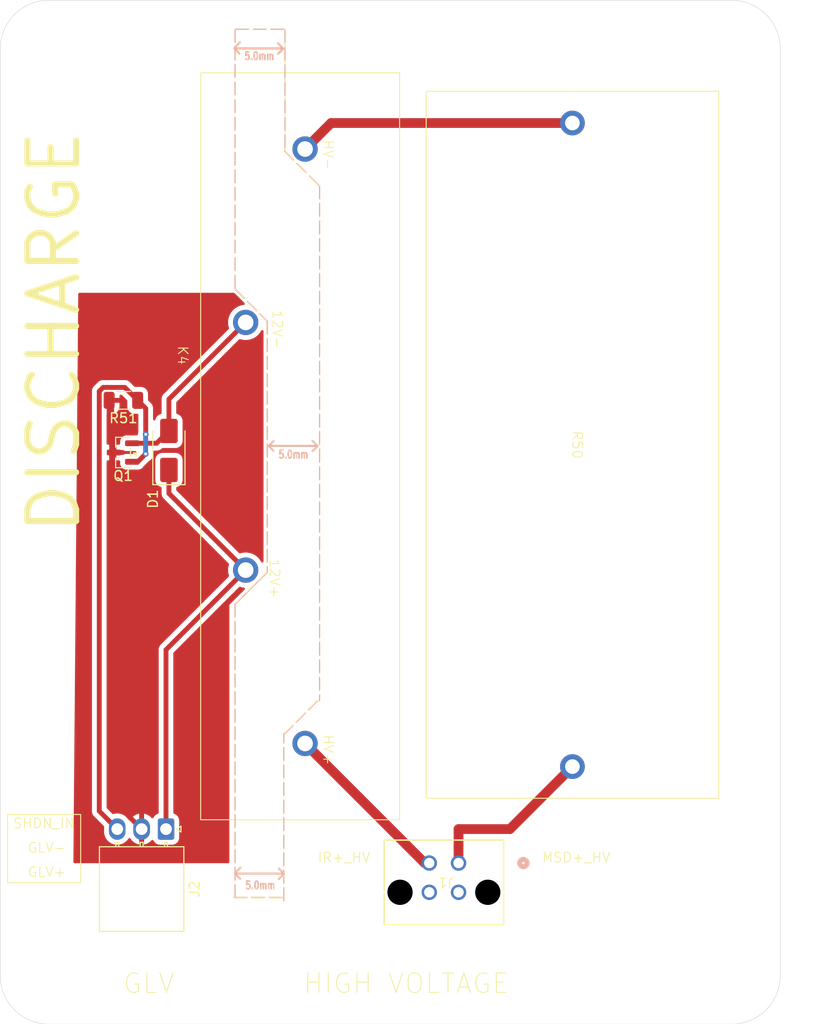
<source format=kicad_pcb>
(kicad_pcb (version 20241229) (generator "pcbnew") (generator_version "9.0")
  (layers (0 "F.Cu" signal) (2 "B.Cu" signal) (13 "F.Paste" user) (15 "B.Paste" user) (5 "F.SilkS" user "F.Silkscreen") (7 "B.SilkS" user "B.Silkscreen") (1 "F.Mask" user) (3 "B.Mask" user) (25 "Edge.Cuts" user))
  (net 0 "")
  (net 1 "Net-(D1-A)")
  (net 2 "/MSD_IN")
  (net 3 "/IR+")
  (net 4 "GLV-")
  (net 5 "Net-(K4-Pad4)")
  (net 6 "/SHDN")
  (net 7 "GLV+")
  (footprint "Connector_Molex:Molex_Nano-Fit_105313-xx03_1x03_P2.50mm_Horizontal" (layer "F.Cu") (at 142 125 -90)
    (property "Reference" "J2" (at 6.15 -2.92 270) (layer "F.SilkS"))
    (property "Value" "LV_Conn")
    (fp_line (start 1.81 6.83) (end 10.49 6.83) (stroke (width 0.12)) (layer "F.SilkS"))
    (fp_line (start 10.49 6.83) (end 10.49 -1.83) (stroke (width 0.12)) (layer "F.SilkS"))
    (fp_line (start 1.36 5.15) (end 1.81 5.15) (stroke (width 0.12)) (layer "F.SilkS"))
    (fp_line (start 1.81 5.15) (end 1.81 4.85) (stroke (width 0.12)) (layer "F.SilkS"))
    (fp_line (start 1.36 4.85) (end 1.36 5.15) (stroke (width 0.12)) (layer "F.SilkS"))
    (fp_line (start 1.81 4.85) (end 1.36 4.85) (stroke (width 0.12)) (layer "F.SilkS"))
    (fp_line (start 1.36 2.65) (end 1.81 2.65) (stroke (width 0.12)) (layer "F.SilkS"))
    (fp_line (start 1.81 2.65) (end 1.81 2.35) (stroke (width 0.12)) (layer "F.SilkS"))
    (fp_line (start 1.36 2.35) (end 1.36 2.65) (stroke (width 0.12)) (layer "F.SilkS"))
    (fp_line (start 1.81 2.35) (end 1.36 2.35) (stroke (width 0.12)) (layer "F.SilkS"))
    (fp_line (start 1.36 0.15) (end 1.81 0.15) (stroke (width 0.12)) (layer "F.SilkS"))
    (fp_line (start 1.81 0.15) (end 1.81 -0.15) (stroke (width 0.12)) (layer "F.SilkS"))
    (fp_line (start 1.36 -0.15) (end 1.36 0.15) (stroke (width 0.12)) (layer "F.SilkS"))
    (fp_line (start 1.81 -0.15) (end 1.36 -0.15) (stroke (width 0.12)) (layer "F.SilkS"))
    (fp_line (start 0 -1.11) (end 0.3 -1.534264) (stroke (width 0.12)) (layer "F.SilkS"))
    (fp_line (start -0.3 -1.534264) (end 0 -1.11) (stroke (width 0.12)) (layer "F.SilkS"))
    (fp_line (start 0.3 -1.534264) (end -0.3 -1.534264) (stroke (width 0.12)) (layer "F.SilkS"))
    (fp_line (start 1.81 -1.83) (end 1.81 6.83) (stroke (width 0.12)) (layer "F.SilkS"))
    (fp_line (start 10.49 -1.83) (end 1.81 -1.83) (stroke (width 0.12)) (layer "F.SilkS"))
    (pad "" np_thru_hole circle (at 7.18 0 270) (size 1.7 1.7) (drill 1.7) (layers "*.Cu" "*.Mask"))
    (pad "" np_thru_hole circle (at 7.18 5 270) (size 1.7 1.7) (drill 1.7) (layers "*.Cu" "*.Mask"))
    (pad "1" thru_hole roundrect (at 0 0 270) (size 2.2 1.7) (drill 1.2) (layers "*.Cu" "*.Mask") (roundrect_rratio 0.147059) (net 7 "GLV+"))
    (pad "2" thru_hole oval (at 0 2.5 270) (size 2.2 1.7) (drill 1.2) (layers "*.Cu" "*.Mask") (net 4 "GLV-"))
    (pad "3" thru_hole oval (at 0 5 270) (size 2.2 1.7) (drill 1.2) (layers "*.Cu" "*.Mask") (net 6 "/SHDN"))
  )
  (footprint "Package_TO_SOT_SMD:SOT-23" (layer "F.Cu") (at 137.6 86.38 180)
    (property "Reference" "Q1" (at 0 -2.4 0) (layer "F.SilkS"))
    (property "Value" "Q_NMOS_GSD")
    (fp_line (start 0.76 1.56) (end -0.76 1.56) (stroke (width 0.12)) (layer "F.SilkS"))
    (fp_line (start 0.76 0.56) (end 0.76 1.56) (stroke (width 0.12)) (layer "F.SilkS"))
    (fp_line (start 0.76 -1.56) (end 0.76 -0.56) (stroke (width 0.12)) (layer "F.SilkS"))
    (fp_line (start -0.76 1.56) (end -0.76 1.51) (stroke (width 0.12)) (layer "F.SilkS"))
    (fp_line (start -0.76 0.39) (end -0.76 -0.39) (stroke (width 0.12)) (layer "F.SilkS"))
    (fp_line (start -0.76 -1.51) (end -0.76 -1.56) (stroke (width 0.12)) (layer "F.SilkS"))
    (fp_line (start -0.76 -1.56) (end 0.76 -1.56) (stroke (width 0.12)) (layer "F.SilkS"))
    (fp_poly (pts (xy -1.3 -0.38) (xy -1.06 -0.05) (xy -1.54 -0.05)) (stroke (width 0.12)) (fill yes) (layer "F.SilkS"))
    (pad "1" smd roundrect (at -0.9375 -0.95 180) (size 1.475 0.6) (layers "F.Cu" "F.Mask" "F.Paste") (net 6 "/SHDN"))
    (pad "2" smd roundrect (at -0.9375 0.95 180) (size 1.475 0.6) (layers "F.Cu" "F.Mask" "F.Paste") (net 1 "Net-(D1-A)"))
    (pad "3" smd roundrect (at 0.9375 0 180) (size 1.475 0.6) (layers "F.Cu" "F.Mask" "F.Paste") (net 4 "GLV-"))
  )
  (footprint "MountingHole:MountingHole_2.2mm_M2" (layer "F.Cu") (at 200 45)
    (property "Reference" "REF**" (hide yes))
    (property "Value" "MountingHole_2.2mm_M2")
    (pad "" np_thru_hole circle (at 0 0) (size 2.2 2.2) (drill 2.2) (layers "*.Cu" "*.Mask"))
  )
  (footprint "MountingHole:MountingHole_2.2mm_M2" (layer "F.Cu") (at 130 140)
    (property "Reference" "REF**" (hide yes))
    (property "Value" "MountingHole_2.2mm_M2")
    (pad "" np_thru_hole circle (at 0 0) (size 2.2 2.2) (drill 2.2) (layers "*.Cu" "*.Mask"))
  )
  (footprint "Discharge:MicroFit_4pin" (layer "F.Cu") (at 170.7484 130 180)
    (property "Reference" "J1" (at 0 -0.5 180) (layer "F.SilkS") (effects (font (thickness 0.1))))
    (property "Value" "HV_Conn")
    (fp_line (start 6.3698 3.873) (end 6.3698 -1.333421) (stroke (width 0.1524)) (layer "F.SilkS"))
    (fp_line (start 6.3698 -1.629377) (end 6.3698 -4.7884) (stroke (width 0.1524)) (layer "F.SilkS"))
    (fp_line (start 6.3698 -4.7884) (end -5.873 -4.7884) (stroke (width 0.1524)) (layer "F.SilkS"))
    (fp_line (start -5.873 3.873) (end 6.3698 3.873) (stroke (width 0.1524)) (layer "F.SilkS"))
    (fp_line (start -5.873 -1.333421) (end -5.873 3.873) (stroke (width 0.1524)) (layer "F.SilkS"))
    (fp_line (start -5.873 -4.7884) (end -5.873 -1.629377) (stroke (width 0.1524)) (layer "F.SilkS"))
    (fp_circle (center -7.905 1.5186) (end -7.524 1.5186) (stroke (width 0.508)) (fill no) (layer "F.SilkS"))
    (fp_circle (center -7.905 1.5186) (end -7.524 1.5186) (stroke (width 0.508)) (fill no) (layer "B.SilkS"))
    (pad "" np_thru_hole circle (at -4.251599 -1.481399 180) (size 2.5908 2.5908) (drill 2.5908) (layers))
    (pad "" np_thru_hole circle (at 4.748398 -1.481399 180) (size 2.5908 2.5908) (drill 2.5908) (layers))
    (pad "1" thru_hole circle (at -1.2516 1.5186 180) (size 1.5748 1.5748) (drill 1.0668) (layers "*.Cu" "*.Mask") (net 2 "/MSD_IN"))
    (pad "2" thru_hole circle (at 1.748399 1.5186 180) (size 1.5748 1.5748) (drill 1.0668) (layers "*.Cu" "*.Mask") (net 3 "/IR+"))
    (pad "3" thru_hole circle (at -1.2516 -1.481399 180) (size 1.5748 1.5748) (drill 1.0668) (layers "*.Cu" "*.Mask"))
    (pad "4" thru_hole circle (at 1.748399 -1.481399 180) (size 1.5748 1.5748) (drill 1.0668) (layers "*.Cu" "*.Mask"))
  )
  (footprint "Discharge:Discharge_Resistor" (layer "F.Cu") (at 183.68 85.59 -90)
    (property "Reference" "R50" (at 0 -0.5 270) (layer "F.SilkS") (effects (font (thickness 0.1))))
    (property "Value" "HSA503K0J")
    (fp_rect (start -36.26 -15) (end 36.25 15) (stroke (width 0.1)) (fill no) (layer "F.SilkS"))
    (pad "" np_thru_hole circle (at -19.85 10.7 270) (size 3.3 3.3) (drill 3.3) (layers "*.Cu" "*.Mask"))
    (pad "" np_thru_hole circle (at 19.85 -10.7 270) (size 3.3 3.3) (drill 3.3) (layers "*.Cu" "*.Mask"))
    (pad "1" thru_hole circle (at -33 0 270) (size 2.54 2.54) (drill 1.5) (layers "*.Cu" "*.Mask") (net 5 "Net-(K4-Pad4)"))
    (pad "2" thru_hole circle (at 33 0 270) (size 2.54 2.54) (drill 1.5) (layers "*.Cu" "*.Mask") (net 2 "/MSD_IN"))
  )
  (footprint "Diode_SMD:D_SMA" (layer "F.Cu") (at 142.3 86.17 90)
    (property "Reference" "D1" (at -4.98 -1.65 90) (layer "F.SilkS"))
    (property "Value" "Schottky")
    (fp_line (start -3.51 -1.65) (end 2 -1.65) (stroke (width 0.12)) (layer "F.SilkS"))
    (fp_line (start -3.51 -1.65) (end -3.51 1.65) (stroke (width 0.12)) (layer "F.SilkS"))
    (fp_line (start -3.51 1.65) (end 2 1.65) (stroke (width 0.12)) (layer "F.SilkS"))
    (pad "1" smd roundrect (at -2 0 90) (size 2.5 1.8) (layers "F.Cu" "F.Mask" "F.Paste") (roundrect_rratio 0.1388888889) (net 7 "GLV+"))
    (pad "2" smd roundrect (at 2 0 90) (size 2.5 1.8) (layers "F.Cu" "F.Mask" "F.Paste") (roundrect_rratio 0.1388888889) (net 1 "Net-(D1-A)"))
  )
  (footprint "MountingHole:MountingHole_2.2mm_M2" (layer "F.Cu") (at 130 45)
    (property "Reference" "REF**" (hide yes))
    (property "Value" "MountingHole_2.2mm_M2")
    (pad "" np_thru_hole circle (at 0 0) (size 2.2 2.2) (drill 2.2) (layers "*.Cu" "*.Mask"))
  )
  (footprint "Discharge:Discharge_relay" (layer "F.Cu") (at 154.555 85.74 -90)
    (property "Reference" "K4" (at -9.33 10.835 270) (layer "F.SilkS") (effects (font (thickness 0.1))))
    (property "Value" "Relay_SPST-NC")
    (fp_rect (start -38.3 -11.4) (end 38.3 9) (stroke (width 0.1)) (fill no) (layer "F.SilkS"))
    (fp_text user "12V-" (at -14.02 1.705 270) (layer "F.SilkS") (effects (font (thickness 0.1)) (justify left bottom)))
    (fp_text user "HV-" (at -31.5 -3.5 270) (layer "F.SilkS") (effects (font (thickness 0.1)) (justify left bottom)))
    (fp_text user "HV+" (at 29.5 -3.5 270) (layer "F.SilkS") (effects (font (thickness 0.1)) (justify left bottom)))
    (fp_text user "12V+" (at 11.5 2 270) (layer "F.SilkS") (effects (font (thickness 0.1)) (justify left bottom)))
    (pad "1" thru_hole circle (at 30.48 -1.705 90) (size 2.6 2.6) (drill 1.6) (layers "*.Cu" "*.Mask") (net 3 "/IR+"))
    (pad "2" thru_hole circle (at 12.7 4.385 90) (size 2.6 2.6) (drill 1.6) (layers "*.Cu" "*.Mask") (net 7 "GLV+"))
    (pad "4" thru_hole circle (at -30.48 -1.705 90) (size 2.6 2.6) (drill 1.6) (layers "*.Cu" "*.Mask") (net 5 "Net-(K4-Pad4)"))
    (pad "5" thru_hole circle (at -12.7 4.385 90) (size 2.6 2.6) (drill 1.6) (layers "*.Cu" "*.Mask") (net 1 "Net-(D1-A)"))
  )
  (footprint "MountingHole:MountingHole_2.2mm_M2" (layer "F.Cu") (at 200 140)
    (property "Reference" "REF**" (hide yes))
    (property "Value" "MountingHole_2.2mm_M2")
    (pad "" np_thru_hole circle (at 0 0) (size 2.2 2.2) (drill 2.2) (layers "*.Cu" "*.Mask"))
  )
  (footprint "Resistor_SMD:R_1206_3216Metric" (layer "F.Cu") (at 137.63 81.03 180)
    (property "Reference" "R51" (at 0 -1.83 0) (layer "F.SilkS"))
    (property "Value" "10k")
    (fp_line (start -0.727064 0.91) (end 0.727064 0.91) (stroke (width 0.12)) (layer "F.SilkS"))
    (fp_line (start -0.727064 -0.91) (end 0.727064 -0.91) (stroke (width 0.12)) (layer "F.SilkS"))
    (pad "1" smd roundrect (at -1.4625 0 180) (size 1.125 1.75) (layers "F.Cu" "F.Mask" "F.Paste") (roundrect_rratio 0.222222) (net 6 "/SHDN"))
    (pad "2" smd roundrect (at 1.4625 0 180) (size 1.125 1.75) (layers "F.Cu" "F.Mask" "F.Paste") (roundrect_rratio 0.222222) (net 4 "GLV-"))
  )
  (gr_line (start 157.02 85.18) (end 157.52 85.68) (stroke (width 0.2)) (layer "F.SilkS"))
  (gr_line (start 149.07 129.56) (end 154.07 129.56) (stroke (width 0.2)) (layer "F.SilkS"))
  (gr_line (start 157.03 86.26) (end 157.53 85.76) (stroke (width 0.2)) (layer "F.SilkS"))
  (gr_line (start 149.08646 69.67646) (end 152.38 72.97) (stroke (width 0.12) (type dash)) (layer "F.SilkS"))
  (gr_line (start 149.08 101.97) (end 149.08 132.387827) (stroke (width 0.12) (type dash)) (layer "F.SilkS"))
  (gr_line (start 154.147302 55.527302) (end 157.715958 59.095958) (stroke (width 0.12) (type dash)) (layer "F.SilkS"))
  (gr_line (start 157.75 59.1) (end 157.75 111.9) (stroke (width 0.12) (type dash)) (layer "F.SilkS"))
  (gr_line (start 152.52 85.7) (end 153.02 86.2) (stroke (width 0.2)) (layer "F.SilkS"))
  (gr_line (start 153.57 130.12) (end 154.07 129.62) (stroke (width 0.2)) (layer "F.SilkS"))
  (gr_line (start 152.38 98.6) (end 149.077827 101.902173) (stroke (width 0.12) (type dash)) (layer "F.SilkS"))
  (gr_line (start 149.02 45.03) (end 149.52 45.53) (stroke (width 0.2)) (layer "F.SilkS"))
  (gr_line (start 149.14 129.44) (end 149.64 128.94) (stroke (width 0.2)) (layer "F.SilkS"))
  (gr_line (start 152.53 85.7) (end 157.53 85.7) (stroke (width 0.2)) (layer "F.SilkS"))
  (gr_line (start 154.08 115.26) (end 157.830621 111.509379) (stroke (width 0.12) (type dash)) (layer "F.SilkS"))
  (gr_line (start 149.09 129.59) (end 149.59 130.09) (stroke (width 0.2)) (layer "F.SilkS"))
  (gr_line (start 152.54 85.72) (end 153.04 85.22) (stroke (width 0.2)) (layer "F.SilkS"))
  (gr_line (start 149 45) (end 154 45) (stroke (width 0.2)) (layer "F.SilkS"))
  (gr_line (start 148.99 132.07) (end 154.01 132.07) (stroke (width 0.12) (type dash)) (layer "F.SilkS"))
  (gr_line (start 153.56 129.04) (end 154.06 129.54) (stroke (width 0.2)) (layer "F.SilkS"))
  (gr_line (start 149.155 42.98) (end 154.265 42.98) (stroke (width 0.12) (type dash)) (layer "F.SilkS"))
  (gr_line (start 153.49 44.48) (end 153.99 44.98) (stroke (width 0.2)) (layer "F.SilkS"))
  (gr_line (start 153.5 45.56) (end 154 45.06) (stroke (width 0.2)) (layer "F.SilkS"))
  (gr_line (start 154.19 55.48) (end 154.19 43) (stroke (width 0.12) (type dash)) (layer "F.SilkS"))
  (gr_line (start 149.08 43) (end 149.08 69.75) (stroke (width 0.12) (type dash)) (layer "F.SilkS"))
  (gr_line (start 152.38 72.97) (end 152.38 98.67) (stroke (width 0.12) (type dash)) (layer "F.SilkS"))
  (gr_line (start 154.08 132.41) (end 154.08 115.25) (stroke (width 0.12) (type dash)) (layer "F.SilkS"))
  (gr_line (start 149.07 44.88) (end 149.57 44.38) (stroke (width 0.2)) (layer "F.SilkS"))
  (gr_rect (start 125.75 123.5) (end 133.25 130.5) (stroke (width 0.1)) (fill no) (layer "F.SilkS"))
  (gr_line (start 149.09 129.59) (end 149.59 130.09) (stroke (width 0.2)) (layer "B.SilkS"))
  (gr_line (start 154.08 132.34) (end 154.08 115.18) (stroke (width 0.12) (type dash)) (layer "B.SilkS"))
  (gr_line (start 157.75 59.03) (end 157.75 111.83) (stroke (width 0.12) (type dash)) (layer "B.SilkS"))
  (gr_line (start 149.07 44.81) (end 149.57 44.31) (stroke (width 0.2)) (layer "B.SilkS"))
  (gr_line (start 153.56 129.04) (end 154.06 129.54) (stroke (width 0.2)) (layer "B.SilkS"))
  (gr_line (start 149.08646 69.60646) (end 152.38 72.9) (stroke (width 0.12) (type dash)) (layer "B.SilkS"))
  (gr_line (start 148.99 132) (end 154.01 132) (stroke (width 0.12) (type dash)) (layer "B.SilkS"))
  (gr_line (start 154.147302 55.457302) (end 157.715958 59.025958) (stroke (width 0.12) (type dash)) (layer "B.SilkS"))
  (gr_line (start 157.02 85.18) (end 157.52 85.68) (stroke (width 0.2)) (layer "B.SilkS"))
  (gr_line (start 149.14 129.44) (end 149.64 128.94) (stroke (width 0.2)) (layer "B.SilkS"))
  (gr_line (start 149.07 129.56) (end 154.07 129.56) (stroke (width 0.2)) (layer "B.SilkS"))
  (gr_line (start 149.08 43) (end 149.08 69.68) (stroke (width 0.12) (type dash)) (layer "B.SilkS"))
  (gr_line (start 153.5 45.49) (end 154 44.99) (stroke (width 0.2)) (layer "B.SilkS"))
  (gr_line (start 157.03 86.25) (end 157.53 85.75) (stroke (width 0.2)) (layer "B.SilkS"))
  (gr_line (start 152.54 85.7) (end 153.038204 85.201796) (stroke (width 0.2)) (layer "B.SilkS"))
  (gr_line (start 153.49 44.41) (end 153.99 44.91) (stroke (width 0.2)) (layer "B.SilkS"))
  (gr_line (start 153.57 130.12) (end 154.07 129.62) (stroke (width 0.2)) (layer "B.SilkS"))
  (gr_line (start 149.08 101.9) (end 149.08 132.317827) (stroke (width 0.12) (type dash)) (layer "B.SilkS"))
  (gr_line (start 149.145 42.97) (end 154.255 42.97) (stroke (width 0.12) (type dash)) (layer "B.SilkS"))
  (gr_line (start 154.2 55.13) (end 154.2 42.72) (stroke (width 0.12) (type dash)) (layer "B.SilkS"))
  (gr_line (start 152.52 85.7) (end 153.02 86.2) (stroke (width 0.2)) (layer "B.SilkS"))
  (gr_line (start 152.54 85.7) (end 157.54 85.7) (stroke (width 0.2)) (layer "B.SilkS"))
  (gr_line (start 149.02 44.96) (end 149.52 45.46) (stroke (width 0.2)) (layer "B.SilkS"))
  (gr_line (start 152.38 72.9) (end 152.38 98.6) (stroke (width 0.12) (type dash)) (layer "B.SilkS"))
  (gr_line (start 149 44.93) (end 154 44.93) (stroke (width 0.2)) (layer "B.SilkS"))
  (gr_line (start 154.091344 115.318656) (end 157.837119 111.572881) (stroke (width 0.12) (type dash)) (layer "B.SilkS"))
  (gr_line (start 152.38 98.67) (end 149.077827 101.972173) (stroke (width 0.12)) (layer "B.SilkS"))
  (gr_line (start 205 140) (end 205 45) (stroke (width 0.05)) (layer "Edge.Cuts"))
  (gr_arc (start 130 145) (mid 126.464466 143.535534) (end 125 140) (stroke (width 0.05)) (layer "Edge.Cuts"))
  (gr_arc (start 205 140) (mid 203.535534 143.535534) (end 200 145) (stroke (width 0.05)) (layer "Edge.Cuts"))
  (gr_line (start 130 145) (end 200 145) (stroke (width 0.05)) (layer "Edge.Cuts"))
  (gr_arc (start 125 45) (mid 126.464466 41.464466) (end 130 40) (stroke (width 0.05)) (layer "Edge.Cuts"))
  (gr_line (start 200 40) (end 130 40) (stroke (width 0.05)) (layer "Edge.Cuts"))
  (gr_line (start 125 45) (end 125 140) (stroke (width 0.05)) (layer "Edge.Cuts"))
  (gr_arc (start 200 40) (mid 203.535534 41.464466) (end 205 45) (stroke (width 0.05)) (layer "Edge.Cuts"))
  (gr_text "GLV" (at 137.5 142 0) (layer "F.SilkS") (effects (font (size 2 2) (thickness 0.1)) (justify left bottom)))
  (gr_text "5.0mm" (at 150.05 131.23 0) (layer "F.SilkS") (effects (font (size 0.8 0.6) (thickness 0.15) (bold yes)) (justify left bottom)))
  (gr_text "IR+_HV" (at 157.5 128.5 0) (layer "F.SilkS") (effects (font (size 1 1) (thickness 0.1)) (justify left bottom)))
  (gr_text "5.0mm" (at 153.46 87.06 0) (layer "F.SilkS") (effects (font (size 0.8 0.6) (thickness 0.15) (bold yes)) (justify left bottom)))
  (gr_text "MSD+_HV" (at 180.5 128.5 0) (layer "F.SilkS") (effects (font (size 1 1) (thickness 0.1)) (justify left bottom)))
  (gr_text "GLV-" (at 127.75 127.5 0) (layer "F.SilkS") (effects (font (size 1 1) (thickness 0.1)) (justify left bottom)))
  (gr_text "DISCHARGE" (at 130.5 74 90) (layer "F.SilkS") (effects (font (size 5 5) (thickness 0.625))))
  (gr_text "5.0mm" (at 149.98 46.19 0) (layer "F.SilkS") (effects (font (size 0.8 0.6) (thickness 0.15) (bold yes)) (justify left bottom)))
  (gr_text "HIGH VOLTAGE" (at 156 142 0) (layer "F.SilkS") (effects (font (size 2 2) (thickness 0.1)) (justify left bottom)))
  (gr_text "GLV+" (at 127.75 130 0) (layer "F.SilkS") (effects (font (size 1 1) (thickness 0.1)) (justify left bottom)))
  (gr_text "SHDN_IN" (at 126.25 125 0) (layer "F.SilkS") (effects (font (size 1 1) (thickness 0.1)) (justify left bottom)))
  (gr_text "5.0mm" (at 150.05 131.23 0) (layer "B.SilkS") (effects (font (size 0.8 0.6) (thickness 0.15) (bold yes)) (justify left bottom)))
  (gr_text "5.0mm" (at 149.96 46.19 0) (layer "B.SilkS") (effects (font (size 0.8 0.6) (thickness 0.15) (bold yes)) (justify left bottom)))
  (gr_text "5.0mm" (at 153.46 87.05 0) (layer "B.SilkS") (effects (font (size 0.8 0.6) (thickness 0.15) (bold yes)) (justify left bottom)))
  (segment (start 138.5375 85.43) (end 141.04 85.43) (width 0.5) (layer "F.Cu") (net 1))
  (segment (start 141.04 85.43) (end 142.3 84.17) (width 0.5) (layer "F.Cu") (net 1))
  (segment (start 142.3 80.91) (end 150.17 73.04) (width 0.5) (layer "F.Cu") (net 1))
  (segment (start 142.3 84.17) (end 142.3 80.91) (width 0.5) (layer "F.Cu") (net 1))
  (segment (start 177.27 125) (end 183.68 118.59) (width 1) (layer "F.Cu") (net 2))
  (segment (start 172 125) (end 177.27 125) (width 1) (layer "F.Cu") (net 2))
  (segment (start 172 125) (end 172 128.4814) (width 1) (layer "F.Cu") (net 2))
  (segment (start 156.26 116.22) (end 168.5214 128.4814) (width 1) (layer "F.Cu") (net 3))
  (segment (start 168.5214 128.4814) (end 169.000001 128.4814) (width 1) (layer "F.Cu") (net 3))
  (segment (start 139.5 125) (end 136.425 121.925) (width 0.5) (layer "F.Cu") (net 4))
  (segment (start 136.425 121.925) (end 136.425 86.4) (width 0.5) (layer "F.Cu") (net 4))
  (segment (start 136.425 81.2875) (end 136.1675 81.03) (width 0.5) (layer "F.Cu") (net 4))
  (segment (start 136.425 86.4) (end 136.425 81.2875) (width 0.5) (layer "F.Cu") (net 4))
  (segment (start 156.26 55.26) (end 158.93 52.59) (width 1) (layer "F.Cu") (net 5))
  (segment (start 158.93 52.59) (end 183.68 52.59) (width 1) (layer "F.Cu") (net 5))
  (segment (start 139.1 87.33) (end 139.91 86.52) (width 0.5) (layer "F.Cu") (net 6))
  (segment (start 137.7665 79.704) (end 135.557708 79.704) (width 0.5) (layer "F.Cu") (net 6))
  (segment (start 135.557708 79.704) (end 135.154 80.107708) (width 0.5) (layer "F.Cu") (net 6))
  (segment (start 139.92 84.52) (end 139.92 81.8575) (width 0.5) (layer "F.Cu") (net 6))
  (segment (start 139.0925 81.03) (end 137.7665 79.704) (width 0.5) (layer "F.Cu") (net 6))
  (segment (start 138.5375 87.33) (end 139.1 87.33) (width 0.5) (layer "F.Cu") (net 6))
  (segment (start 135.154 80.107708) (end 135.154 123.154) (width 0.5) (layer "F.Cu") (net 6))
  (segment (start 139.92 81.8575) (end 139.0925 81.03) (width 0.5) (layer "F.Cu") (net 6))
  (segment (start 135.154 123.154) (end 137 125) (width 0.5) (layer "F.Cu") (net 6))
  (via (at 139.91 86.52) (size 0.6) (drill 0.3) (layers "F.Cu" "B.Cu") (net 6))
  (via (at 139.92 84.52) (size 0.6) (drill 0.3) (layers "F.Cu" "B.Cu") (net 6))
  (segment (start 139.91 86.52) (end 139.91 84.53) (width 0.5) (layer "B.Cu") (net 6))
  (segment (start 139.91 84.53) (end 139.92 84.52) (width 0.5) (layer "B.Cu") (net 6))
  (segment (start 142.3 88.17) (end 142.3 90.57) (width 0.5) (layer "F.Cu") (net 7))
  (segment (start 142 106.61) (end 150.17 98.44) (width 0.5) (layer "F.Cu") (net 7))
  (segment (start 142.3 90.57) (end 150.17 98.44) (width 0.5) (layer "F.Cu") (net 7))
  (segment (start 142 125) (end 142 106.61) (width 0.5) (layer "F.Cu") (net 7))
  (zone (net 4) (net_name "GLV-") (layer "F.Cu") (connect_pads (clearance 0.5)) (min_thickness 0.25) (fill yes (thermal_gap 0.5) (thermal_bridge_width 0.5))
    (polygon (pts (xy 149 70) (xy 152 73) (xy 152 98.5) (xy 148.5 102) (xy 148.5 128.5) (xy 132.5 128.5) (xy 133 70)))
  )
)
</source>
